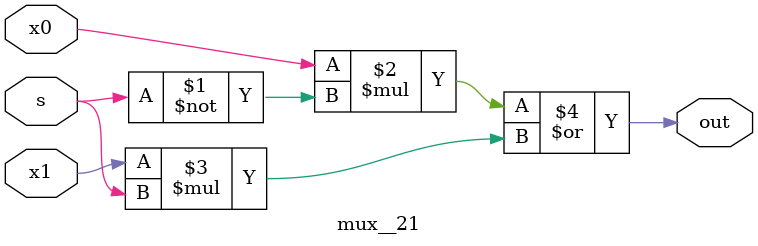
<source format=v>
module mux__21(
    input x0,
    input x1,
    input s,
    output out
    );
    
    assign out = x0*~s | x1*s;
    
endmodule

</source>
